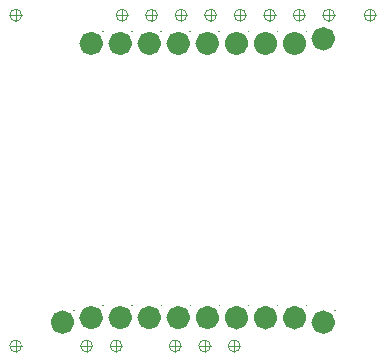
<source format=gbr>
%TF.GenerationSoftware,KiCad,Pcbnew,9.0.0*%
%TF.CreationDate,2025-04-24T20:31:47+01:00*%
%TF.ProjectId,rp2040_pogo_mh_0.2,72703230-3430-45f7-906f-676f5f6d685f,v0.2*%
%TF.SameCoordinates,Original*%
%TF.FileFunction,AssemblyDrawing,Top*%
%FSLAX45Y45*%
G04 Gerber Fmt 4.5, Leading zero omitted, Abs format (unit mm)*
G04 Created by KiCad (PCBNEW 9.0.0) date 2025-04-24 20:31:47*
%MOMM*%
%LPD*%
G01*
G04 APERTURE LIST*
%ADD10C,0.100000*%
%ADD11C,1.000000*%
%ADD12C,0.060000*%
G04 APERTURE END LIST*
D10*
%TO.C,GS9*%
X650000Y1350000D02*
X650000Y1450000D01*
X700000Y1400000D02*
X600000Y1400000D01*
X700000Y1400000D02*
G75*
G02*
X600000Y1400000I-50000J0D01*
G01*
X600000Y1400000D02*
G75*
G02*
X700000Y1400000I50000J0D01*
G01*
%TO.C,GS15*%
X-350000Y1350000D02*
X-350000Y1450000D01*
X-300000Y1400000D02*
X-400000Y1400000D01*
X-300000Y1400000D02*
G75*
G02*
X-400000Y1400000I-50000J0D01*
G01*
X-400000Y1400000D02*
G75*
G02*
X-300000Y1400000I50000J0D01*
G01*
D11*
%TO.C,J8*%
X664999Y-1160513D02*
G75*
G02*
X564999Y-1160513I-50000J0D01*
G01*
X564999Y-1160513D02*
G75*
G02*
X664999Y-1160513I50000J0D01*
G01*
D12*
X717999Y-1060513D02*
G75*
G02*
X711999Y-1060513I-3000J0D01*
G01*
X711999Y-1060513D02*
G75*
G02*
X717999Y-1060513I3000J0D01*
G01*
D11*
%TO.C,J10*%
X1153999Y-1199513D02*
G75*
G02*
X1053999Y-1199513I-50000J0D01*
G01*
X1053999Y-1199513D02*
G75*
G02*
X1153999Y-1199513I50000J0D01*
G01*
D12*
X1206999Y-1099513D02*
G75*
G02*
X1200999Y-1099513I-3000J0D01*
G01*
X1200999Y-1099513D02*
G75*
G02*
X1206999Y-1099513I3000J0D01*
G01*
D11*
%TO.C,J4*%
X-319001Y-1160513D02*
G75*
G02*
X-419001Y-1160513I-50000J0D01*
G01*
X-419001Y-1160513D02*
G75*
G02*
X-319001Y-1160513I50000J0D01*
G01*
D12*
X-266001Y-1060513D02*
G75*
G02*
X-272001Y-1060513I-3000J0D01*
G01*
X-272001Y-1060513D02*
G75*
G02*
X-266001Y-1060513I3000J0D01*
G01*
D10*
%TO.C,GS13*%
X150000Y1350000D02*
X150000Y1450000D01*
X200000Y1400000D02*
X100000Y1400000D01*
X200000Y1400000D02*
G75*
G02*
X100000Y1400000I-50000J0D01*
G01*
X100000Y1400000D02*
G75*
G02*
X200000Y1400000I50000J0D01*
G01*
D11*
%TO.C,J11*%
X-810945Y1160663D02*
G75*
G02*
X-910945Y1160663I-50000J0D01*
G01*
X-910945Y1160663D02*
G75*
G02*
X-810945Y1160663I50000J0D01*
G01*
D12*
X-757945Y1260663D02*
G75*
G02*
X-763945Y1260663I-3000J0D01*
G01*
X-763945Y1260663D02*
G75*
G02*
X-757945Y1260663I3000J0D01*
G01*
D10*
%TO.C,GS14*%
X-100000Y1350000D02*
X-100000Y1450000D01*
X-50000Y1400000D02*
X-150000Y1400000D01*
X-50000Y1400000D02*
G75*
G02*
X-150000Y1400000I-50000J0D01*
G01*
X-150000Y1400000D02*
G75*
G02*
X-50000Y1400000I50000J0D01*
G01*
D11*
%TO.C,J5*%
X-73001Y-1160513D02*
G75*
G02*
X-173001Y-1160513I-50000J0D01*
G01*
X-173001Y-1160513D02*
G75*
G02*
X-73001Y-1160513I50000J0D01*
G01*
D12*
X-20001Y-1060513D02*
G75*
G02*
X-26001Y-1060513I-3000J0D01*
G01*
X-26001Y-1060513D02*
G75*
G02*
X-20001Y-1060513I3000J0D01*
G01*
D11*
%TO.C,J6*%
X172999Y-1160513D02*
G75*
G02*
X72999Y-1160513I-50000J0D01*
G01*
X72999Y-1160513D02*
G75*
G02*
X172999Y-1160513I50000J0D01*
G01*
D12*
X225999Y-1060513D02*
G75*
G02*
X219999Y-1060513I-3000J0D01*
G01*
X219999Y-1060513D02*
G75*
G02*
X225999Y-1060513I3000J0D01*
G01*
D10*
%TO.C,GS7*%
X50000Y-1400000D02*
X150000Y-1400000D01*
X100000Y-1350000D02*
X100000Y-1450000D01*
X150000Y-1400000D02*
G75*
G02*
X50000Y-1400000I-50000J0D01*
G01*
X50000Y-1400000D02*
G75*
G02*
X150000Y-1400000I50000J0D01*
G01*
D11*
%TO.C,J12*%
X-564945Y1160663D02*
G75*
G02*
X-664945Y1160663I-50000J0D01*
G01*
X-664945Y1160663D02*
G75*
G02*
X-564945Y1160663I50000J0D01*
G01*
D12*
X-511945Y1260663D02*
G75*
G02*
X-517945Y1260663I-3000J0D01*
G01*
X-517945Y1260663D02*
G75*
G02*
X-511945Y1260663I3000J0D01*
G01*
D10*
%TO.C,GS3*%
X-1550000Y-1400000D02*
X-1450000Y-1400000D01*
X-1500000Y-1350000D02*
X-1500000Y-1450000D01*
X-1450000Y-1400000D02*
G75*
G02*
X-1550000Y-1400000I-50000J0D01*
G01*
X-1550000Y-1400000D02*
G75*
G02*
X-1450000Y-1400000I50000J0D01*
G01*
%TO.C,GS12*%
X1150000Y1350000D02*
X1150000Y1450000D01*
X1200000Y1400000D02*
X1100000Y1400000D01*
X1200000Y1400000D02*
G75*
G02*
X1100000Y1400000I-50000J0D01*
G01*
X1100000Y1400000D02*
G75*
G02*
X1200000Y1400000I50000J0D01*
G01*
D11*
%TO.C,J16*%
X419055Y1160663D02*
G75*
G02*
X319055Y1160663I-50000J0D01*
G01*
X319055Y1160663D02*
G75*
G02*
X419055Y1160663I50000J0D01*
G01*
D12*
X472055Y1260663D02*
G75*
G02*
X466055Y1260663I-3000J0D01*
G01*
X466055Y1260663D02*
G75*
G02*
X472055Y1260663I3000J0D01*
G01*
D10*
%TO.C,GS1*%
X-1550000Y1400000D02*
X-1450000Y1400000D01*
X-1500000Y1450000D02*
X-1500000Y1350000D01*
X-1450000Y1400000D02*
G75*
G02*
X-1550000Y1400000I-50000J0D01*
G01*
X-1550000Y1400000D02*
G75*
G02*
X-1450000Y1400000I50000J0D01*
G01*
%TO.C,GS2*%
X1450000Y1400000D02*
X1550000Y1400000D01*
X1500000Y1450000D02*
X1500000Y1350000D01*
X1550000Y1400000D02*
G75*
G02*
X1450000Y1400000I-50000J0D01*
G01*
X1450000Y1400000D02*
G75*
G02*
X1550000Y1400000I50000J0D01*
G01*
%TO.C,GS5*%
X-700000Y-1400000D02*
X-600000Y-1400000D01*
X-650000Y-1350000D02*
X-650000Y-1450000D01*
X-600000Y-1400000D02*
G75*
G02*
X-700000Y-1400000I-50000J0D01*
G01*
X-700000Y-1400000D02*
G75*
G02*
X-600000Y-1400000I50000J0D01*
G01*
D11*
%TO.C,J15*%
X173055Y1160663D02*
G75*
G02*
X73055Y1160663I-50000J0D01*
G01*
X73055Y1160663D02*
G75*
G02*
X173055Y1160663I50000J0D01*
G01*
D12*
X226055Y1260663D02*
G75*
G02*
X220055Y1260663I-3000J0D01*
G01*
X220055Y1260663D02*
G75*
G02*
X226055Y1260663I3000J0D01*
G01*
D11*
%TO.C,J17*%
X665055Y1160663D02*
G75*
G02*
X565055Y1160663I-50000J0D01*
G01*
X565055Y1160663D02*
G75*
G02*
X665055Y1160663I50000J0D01*
G01*
D12*
X718055Y1260663D02*
G75*
G02*
X712055Y1260663I-3000J0D01*
G01*
X712055Y1260663D02*
G75*
G02*
X718055Y1260663I3000J0D01*
G01*
D11*
%TO.C,J3*%
X-565001Y-1160513D02*
G75*
G02*
X-665001Y-1160513I-50000J0D01*
G01*
X-665001Y-1160513D02*
G75*
G02*
X-565001Y-1160513I50000J0D01*
G01*
D12*
X-512001Y-1060513D02*
G75*
G02*
X-518001Y-1060513I-3000J0D01*
G01*
X-518001Y-1060513D02*
G75*
G02*
X-512001Y-1060513I3000J0D01*
G01*
D11*
%TO.C,J7*%
X418999Y-1160513D02*
G75*
G02*
X318999Y-1160513I-50000J0D01*
G01*
X318999Y-1160513D02*
G75*
G02*
X418999Y-1160513I50000J0D01*
G01*
D12*
X471999Y-1060513D02*
G75*
G02*
X465999Y-1060513I-3000J0D01*
G01*
X465999Y-1060513D02*
G75*
G02*
X471999Y-1060513I3000J0D01*
G01*
D10*
%TO.C,GS8*%
X300000Y-1400000D02*
X400000Y-1400000D01*
X350000Y-1350000D02*
X350000Y-1450000D01*
X400000Y-1400000D02*
G75*
G02*
X300000Y-1400000I-50000J0D01*
G01*
X300000Y-1400000D02*
G75*
G02*
X400000Y-1400000I50000J0D01*
G01*
D11*
%TO.C,J19*%
X1154055Y1199663D02*
G75*
G02*
X1054055Y1199663I-50000J0D01*
G01*
X1054055Y1199663D02*
G75*
G02*
X1154055Y1199663I50000J0D01*
G01*
D12*
X1207055Y1299663D02*
G75*
G02*
X1201055Y1299663I-3000J0D01*
G01*
X1201055Y1299663D02*
G75*
G02*
X1207055Y1299663I3000J0D01*
G01*
D11*
%TO.C,J2*%
X-811001Y-1160513D02*
G75*
G02*
X-911001Y-1160513I-50000J0D01*
G01*
X-911001Y-1160513D02*
G75*
G02*
X-811001Y-1160513I50000J0D01*
G01*
D12*
X-758001Y-1060513D02*
G75*
G02*
X-764001Y-1060513I-3000J0D01*
G01*
X-764001Y-1060513D02*
G75*
G02*
X-758001Y-1060513I3000J0D01*
G01*
D10*
%TO.C,GS16*%
X-600000Y1350000D02*
X-600000Y1450000D01*
X-550000Y1400000D02*
X-650000Y1400000D01*
X-550000Y1400000D02*
G75*
G02*
X-650000Y1400000I-50000J0D01*
G01*
X-650000Y1400000D02*
G75*
G02*
X-550000Y1400000I50000J0D01*
G01*
%TO.C,GS11*%
X400000Y1350000D02*
X400000Y1450000D01*
X450000Y1400000D02*
X350000Y1400000D01*
X450000Y1400000D02*
G75*
G02*
X350000Y1400000I-50000J0D01*
G01*
X350000Y1400000D02*
G75*
G02*
X450000Y1400000I50000J0D01*
G01*
D11*
%TO.C,J1*%
X-1054001Y-1199513D02*
G75*
G02*
X-1154001Y-1199513I-50000J0D01*
G01*
X-1154001Y-1199513D02*
G75*
G02*
X-1054001Y-1199513I50000J0D01*
G01*
D12*
X-1001001Y-1099513D02*
G75*
G02*
X-1007001Y-1099513I-3000J0D01*
G01*
X-1007001Y-1099513D02*
G75*
G02*
X-1001001Y-1099513I3000J0D01*
G01*
D10*
%TO.C,GS4*%
X-950000Y-1400000D02*
X-850000Y-1400000D01*
X-900000Y-1350000D02*
X-900000Y-1450000D01*
X-850000Y-1400000D02*
G75*
G02*
X-950000Y-1400000I-50000J0D01*
G01*
X-950000Y-1400000D02*
G75*
G02*
X-850000Y-1400000I50000J0D01*
G01*
%TO.C,GS10*%
X850000Y1400000D02*
X950000Y1400000D01*
X900000Y1450000D02*
X900000Y1350000D01*
X950000Y1400000D02*
G75*
G02*
X850000Y1400000I-50000J0D01*
G01*
X850000Y1400000D02*
G75*
G02*
X950000Y1400000I50000J0D01*
G01*
D11*
%TO.C,J14*%
X-72945Y1160663D02*
G75*
G02*
X-172945Y1160663I-50000J0D01*
G01*
X-172945Y1160663D02*
G75*
G02*
X-72945Y1160663I50000J0D01*
G01*
D12*
X-19945Y1260663D02*
G75*
G02*
X-25945Y1260663I-3000J0D01*
G01*
X-25945Y1260663D02*
G75*
G02*
X-19945Y1260663I3000J0D01*
G01*
D11*
%TO.C,J9*%
X910999Y-1160513D02*
G75*
G02*
X810999Y-1160513I-50000J0D01*
G01*
X810999Y-1160513D02*
G75*
G02*
X910999Y-1160513I50000J0D01*
G01*
D12*
X963999Y-1060513D02*
G75*
G02*
X957999Y-1060513I-3000J0D01*
G01*
X957999Y-1060513D02*
G75*
G02*
X963999Y-1060513I3000J0D01*
G01*
D10*
%TO.C,GS6*%
X-200000Y-1400000D02*
X-100000Y-1400000D01*
X-150000Y-1350000D02*
X-150000Y-1450000D01*
X-100000Y-1400000D02*
G75*
G02*
X-200000Y-1400000I-50000J0D01*
G01*
X-200000Y-1400000D02*
G75*
G02*
X-100000Y-1400000I50000J0D01*
G01*
D11*
%TO.C,J18*%
X911055Y1160663D02*
G75*
G02*
X811055Y1160663I-50000J0D01*
G01*
X811055Y1160663D02*
G75*
G02*
X911055Y1160663I50000J0D01*
G01*
D12*
X964055Y1260663D02*
G75*
G02*
X958055Y1260663I-3000J0D01*
G01*
X958055Y1260663D02*
G75*
G02*
X964055Y1260663I3000J0D01*
G01*
D11*
%TO.C,J13*%
X-318945Y1160663D02*
G75*
G02*
X-418945Y1160663I-50000J0D01*
G01*
X-418945Y1160663D02*
G75*
G02*
X-318945Y1160663I50000J0D01*
G01*
D12*
X-265945Y1260663D02*
G75*
G02*
X-271945Y1260663I-3000J0D01*
G01*
X-271945Y1260663D02*
G75*
G02*
X-265945Y1260663I3000J0D01*
G01*
%TD*%
M02*

</source>
